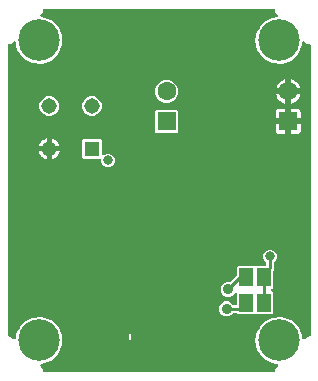
<source format=gbr>
G04 EAGLE Gerber RS-274X export*
G75*
%MOMM*%
%FSLAX34Y34*%
%LPD*%
%INBottom Copper*%
%IPPOS*%
%AMOC8*
5,1,8,0,0,1.08239X$1,22.5*%
G01*
%ADD10R,1.168400X1.600200*%
%ADD11C,3.516000*%
%ADD12R,1.308000X1.308000*%
%ADD13C,1.308000*%
%ADD14R,1.605000X1.605000*%
%ADD15C,1.605000*%
%ADD16C,0.254000*%
%ADD17C,0.800100*%
%ADD18C,0.906400*%

G36*
X224146Y-1254D02*
X224146Y-1254D01*
X224265Y-1247D01*
X224303Y-1234D01*
X224344Y-1229D01*
X224454Y-1186D01*
X224567Y-1149D01*
X224602Y-1127D01*
X224639Y-1112D01*
X224735Y-1043D01*
X224836Y-979D01*
X224864Y-949D01*
X224897Y-926D01*
X224973Y-834D01*
X225054Y-747D01*
X225074Y-712D01*
X225099Y-681D01*
X225150Y-573D01*
X225208Y-469D01*
X225218Y-429D01*
X225235Y-393D01*
X225257Y-276D01*
X225287Y-161D01*
X225291Y-101D01*
X225295Y-81D01*
X225293Y-60D01*
X225297Y0D01*
X225297Y1368D01*
X227558Y3629D01*
X227603Y3687D01*
X227655Y3738D01*
X227700Y3812D01*
X227753Y3880D01*
X227782Y3947D01*
X227820Y4010D01*
X227845Y4093D01*
X227880Y4172D01*
X227891Y4244D01*
X227912Y4314D01*
X227916Y4401D01*
X227930Y4486D01*
X227923Y4559D01*
X227926Y4632D01*
X227908Y4717D01*
X227900Y4803D01*
X227875Y4872D01*
X227860Y4943D01*
X227821Y5021D01*
X227792Y5102D01*
X227751Y5163D01*
X227719Y5228D01*
X227662Y5294D01*
X227614Y5365D01*
X227559Y5414D01*
X227511Y5469D01*
X227440Y5518D01*
X227375Y5576D01*
X227310Y5609D01*
X227250Y5651D01*
X227169Y5681D01*
X227092Y5721D01*
X227021Y5737D01*
X226952Y5762D01*
X226794Y5789D01*
X222379Y6253D01*
X217730Y8937D01*
X217727Y8938D01*
X217725Y8940D01*
X217602Y9000D01*
X217501Y9068D01*
X217492Y9074D01*
X217488Y9076D01*
X217480Y9081D01*
X215129Y10439D01*
X212384Y14216D01*
X212371Y14230D01*
X212361Y14247D01*
X212255Y14368D01*
X212182Y14441D01*
X212162Y14475D01*
X212137Y14540D01*
X212050Y14676D01*
X210208Y17211D01*
X209358Y21213D01*
X209346Y21247D01*
X209341Y21282D01*
X209289Y21435D01*
X209241Y21549D01*
X209241Y21627D01*
X209235Y21679D01*
X209237Y21731D01*
X209214Y21891D01*
X208468Y25400D01*
X209214Y28909D01*
X209218Y28962D01*
X209231Y29012D01*
X209237Y29102D01*
X209239Y29112D01*
X209238Y29123D01*
X209241Y29173D01*
X209241Y29251D01*
X209289Y29365D01*
X209298Y29400D01*
X209314Y29432D01*
X209358Y29587D01*
X210208Y33589D01*
X212050Y36124D01*
X212084Y36185D01*
X212125Y36240D01*
X212186Y36363D01*
X212255Y36432D01*
X212267Y36448D01*
X212282Y36460D01*
X212384Y36584D01*
X215129Y40361D01*
X217480Y41719D01*
X217549Y41771D01*
X217579Y41789D01*
X217581Y41789D01*
X217583Y41791D01*
X217585Y41791D01*
X217730Y41863D01*
X222379Y44547D01*
X230704Y45422D01*
X238666Y42835D01*
X244887Y37234D01*
X248292Y29586D01*
X248292Y27427D01*
X248310Y27290D01*
X248323Y27151D01*
X248330Y27132D01*
X248332Y27112D01*
X248383Y26983D01*
X248430Y26852D01*
X248442Y26835D01*
X248449Y26816D01*
X248531Y26704D01*
X248609Y26589D01*
X248624Y26575D01*
X248636Y26559D01*
X248743Y26470D01*
X248848Y26378D01*
X248866Y26369D01*
X248881Y26356D01*
X249007Y26297D01*
X249131Y26234D01*
X249151Y26229D01*
X249169Y26221D01*
X249305Y26194D01*
X249441Y26164D01*
X249461Y26165D01*
X249481Y26161D01*
X249620Y26169D01*
X249759Y26174D01*
X249778Y26179D01*
X249799Y26181D01*
X249931Y26223D01*
X250064Y26262D01*
X250082Y26272D01*
X250101Y26279D01*
X250219Y26353D01*
X250338Y26424D01*
X250359Y26442D01*
X250370Y26449D01*
X250384Y26464D01*
X250459Y26530D01*
X252632Y28703D01*
X254000Y28703D01*
X254118Y28718D01*
X254237Y28725D01*
X254275Y28738D01*
X254316Y28743D01*
X254426Y28786D01*
X254539Y28823D01*
X254574Y28845D01*
X254611Y28860D01*
X254707Y28929D01*
X254808Y28993D01*
X254836Y29023D01*
X254869Y29046D01*
X254945Y29138D01*
X255026Y29225D01*
X255046Y29260D01*
X255071Y29291D01*
X255122Y29399D01*
X255180Y29503D01*
X255190Y29543D01*
X255207Y29579D01*
X255229Y29696D01*
X255259Y29811D01*
X255263Y29871D01*
X255267Y29891D01*
X255265Y29912D01*
X255269Y29972D01*
X255269Y274828D01*
X255254Y274946D01*
X255247Y275065D01*
X255234Y275103D01*
X255229Y275144D01*
X255186Y275254D01*
X255149Y275367D01*
X255127Y275402D01*
X255112Y275439D01*
X255043Y275535D01*
X254979Y275636D01*
X254949Y275664D01*
X254926Y275697D01*
X254834Y275773D01*
X254747Y275854D01*
X254712Y275874D01*
X254681Y275899D01*
X254573Y275950D01*
X254469Y276008D01*
X254429Y276018D01*
X254393Y276035D01*
X254276Y276057D01*
X254161Y276087D01*
X254101Y276091D01*
X254081Y276095D01*
X254060Y276093D01*
X254000Y276097D01*
X252632Y276097D01*
X250459Y278270D01*
X250349Y278355D01*
X250242Y278444D01*
X250224Y278453D01*
X250208Y278465D01*
X250080Y278520D01*
X249955Y278579D01*
X249935Y278583D01*
X249916Y278591D01*
X249778Y278613D01*
X249642Y278639D01*
X249622Y278638D01*
X249602Y278641D01*
X249463Y278628D01*
X249325Y278619D01*
X249306Y278613D01*
X249285Y278611D01*
X249154Y278564D01*
X249022Y278521D01*
X249005Y278511D01*
X248986Y278504D01*
X248871Y278426D01*
X248754Y278351D01*
X248740Y278337D01*
X248723Y278325D01*
X248631Y278221D01*
X248536Y278120D01*
X248526Y278102D01*
X248512Y278087D01*
X248449Y277963D01*
X248382Y277841D01*
X248377Y277822D01*
X248368Y277804D01*
X248337Y277668D01*
X248303Y277533D01*
X248301Y277505D01*
X248298Y277493D01*
X248299Y277473D01*
X248292Y277373D01*
X248292Y275214D01*
X244887Y267566D01*
X238666Y261965D01*
X230704Y259378D01*
X222379Y260253D01*
X217730Y262937D01*
X217727Y262938D01*
X217725Y262940D01*
X217602Y263000D01*
X217501Y263068D01*
X217492Y263074D01*
X217488Y263076D01*
X217480Y263081D01*
X215129Y264439D01*
X212384Y268216D01*
X212371Y268230D01*
X212361Y268247D01*
X212255Y268368D01*
X212182Y268441D01*
X212162Y268475D01*
X212137Y268540D01*
X212050Y268676D01*
X210208Y271211D01*
X209358Y275213D01*
X209346Y275247D01*
X209341Y275282D01*
X209289Y275435D01*
X209241Y275549D01*
X209241Y275627D01*
X209235Y275679D01*
X209237Y275731D01*
X209214Y275891D01*
X208468Y279400D01*
X209214Y282909D01*
X209218Y282962D01*
X209231Y283012D01*
X209241Y283173D01*
X209241Y283251D01*
X209289Y283365D01*
X209298Y283400D01*
X209314Y283432D01*
X209358Y283587D01*
X210208Y287589D01*
X212050Y290124D01*
X212084Y290185D01*
X212125Y290240D01*
X212186Y290363D01*
X212255Y290432D01*
X212267Y290448D01*
X212282Y290460D01*
X212384Y290584D01*
X215129Y294361D01*
X217480Y295719D01*
X217549Y295771D01*
X217579Y295789D01*
X217581Y295789D01*
X217583Y295791D01*
X217585Y295791D01*
X217730Y295863D01*
X222379Y298547D01*
X226794Y299011D01*
X226865Y299028D01*
X226937Y299035D01*
X227019Y299064D01*
X227103Y299084D01*
X227168Y299117D01*
X227237Y299142D01*
X227308Y299191D01*
X227385Y299231D01*
X227439Y299280D01*
X227500Y299321D01*
X227557Y299386D01*
X227621Y299444D01*
X227662Y299504D01*
X227710Y299559D01*
X227750Y299636D01*
X227798Y299708D01*
X227822Y299777D01*
X227855Y299842D01*
X227874Y299927D01*
X227902Y300009D01*
X227908Y300081D01*
X227924Y300153D01*
X227922Y300239D01*
X227929Y300326D01*
X227917Y300397D01*
X227915Y300471D01*
X227891Y300554D01*
X227876Y300639D01*
X227847Y300706D01*
X227826Y300776D01*
X227782Y300851D01*
X227747Y300930D01*
X227702Y300987D01*
X227665Y301050D01*
X227558Y301171D01*
X225297Y303432D01*
X225297Y304800D01*
X225282Y304918D01*
X225275Y305037D01*
X225262Y305075D01*
X225257Y305116D01*
X225214Y305226D01*
X225177Y305339D01*
X225155Y305374D01*
X225140Y305411D01*
X225071Y305507D01*
X225007Y305608D01*
X224977Y305636D01*
X224954Y305669D01*
X224862Y305745D01*
X224775Y305826D01*
X224740Y305846D01*
X224709Y305871D01*
X224601Y305922D01*
X224497Y305980D01*
X224457Y305990D01*
X224421Y306007D01*
X224304Y306029D01*
X224189Y306059D01*
X224129Y306063D01*
X224109Y306067D01*
X224088Y306065D01*
X224028Y306069D01*
X29972Y306069D01*
X29854Y306054D01*
X29735Y306047D01*
X29697Y306034D01*
X29656Y306029D01*
X29546Y305986D01*
X29433Y305949D01*
X29398Y305927D01*
X29361Y305912D01*
X29265Y305843D01*
X29164Y305779D01*
X29136Y305749D01*
X29103Y305726D01*
X29027Y305634D01*
X28946Y305547D01*
X28926Y305512D01*
X28901Y305481D01*
X28850Y305373D01*
X28792Y305269D01*
X28782Y305229D01*
X28765Y305193D01*
X28743Y305076D01*
X28713Y304961D01*
X28709Y304901D01*
X28705Y304881D01*
X28707Y304860D01*
X28703Y304800D01*
X28703Y303432D01*
X26847Y301576D01*
X26786Y301498D01*
X26718Y301425D01*
X26689Y301372D01*
X26652Y301325D01*
X26612Y301234D01*
X26565Y301147D01*
X26550Y301088D01*
X26526Y301033D01*
X26510Y300935D01*
X26485Y300839D01*
X26485Y300778D01*
X26476Y300719D01*
X26485Y300620D01*
X26485Y300521D01*
X26500Y300462D01*
X26506Y300402D01*
X26539Y300309D01*
X26564Y300213D01*
X26593Y300160D01*
X26613Y300103D01*
X26669Y300021D01*
X26717Y299934D01*
X26758Y299890D01*
X26792Y299840D01*
X26866Y299774D01*
X26934Y299702D01*
X26985Y299669D01*
X27030Y299629D01*
X27119Y299584D01*
X27203Y299531D01*
X27295Y299494D01*
X27313Y299485D01*
X27326Y299482D01*
X27352Y299472D01*
X35466Y296835D01*
X41687Y291234D01*
X45092Y283586D01*
X45092Y275214D01*
X41687Y267566D01*
X35466Y261965D01*
X27504Y259378D01*
X19179Y260253D01*
X14530Y262937D01*
X14527Y262938D01*
X14525Y262940D01*
X14402Y263000D01*
X14301Y263068D01*
X14292Y263074D01*
X14288Y263076D01*
X14280Y263081D01*
X11929Y264439D01*
X9184Y268216D01*
X9171Y268230D01*
X9161Y268247D01*
X9055Y268368D01*
X8982Y268441D01*
X8962Y268475D01*
X8937Y268540D01*
X8850Y268676D01*
X7008Y271211D01*
X6158Y275213D01*
X6146Y275247D01*
X6141Y275282D01*
X6089Y275435D01*
X6041Y275549D01*
X6041Y275627D01*
X6035Y275679D01*
X6037Y275731D01*
X6014Y275891D01*
X5649Y277606D01*
X5647Y277612D01*
X5646Y277618D01*
X5594Y277764D01*
X5544Y277906D01*
X5541Y277911D01*
X5539Y277917D01*
X5453Y278044D01*
X5369Y278171D01*
X5364Y278175D01*
X5360Y278181D01*
X5246Y278281D01*
X5132Y278384D01*
X5127Y278387D01*
X5122Y278391D01*
X4987Y278460D01*
X4850Y278531D01*
X4844Y278533D01*
X4838Y278536D01*
X4690Y278569D01*
X4541Y278604D01*
X4534Y278604D01*
X4528Y278605D01*
X4375Y278601D01*
X4223Y278598D01*
X4217Y278596D01*
X4210Y278596D01*
X4063Y278553D01*
X3917Y278512D01*
X3911Y278509D01*
X3905Y278507D01*
X3774Y278430D01*
X3641Y278353D01*
X3636Y278349D01*
X3631Y278346D01*
X3510Y278239D01*
X1368Y276097D01*
X0Y276097D01*
X-118Y276082D01*
X-237Y276075D01*
X-275Y276062D01*
X-316Y276057D01*
X-426Y276014D01*
X-539Y275977D01*
X-574Y275955D01*
X-611Y275940D01*
X-707Y275871D01*
X-808Y275807D01*
X-836Y275777D01*
X-869Y275754D01*
X-945Y275662D01*
X-1026Y275575D01*
X-1046Y275540D01*
X-1071Y275509D01*
X-1122Y275401D01*
X-1180Y275297D01*
X-1190Y275257D01*
X-1207Y275221D01*
X-1229Y275104D01*
X-1259Y274989D01*
X-1263Y274929D01*
X-1267Y274909D01*
X-1265Y274888D01*
X-1269Y274828D01*
X-1269Y29972D01*
X-1254Y29854D01*
X-1247Y29735D01*
X-1234Y29697D01*
X-1229Y29656D01*
X-1186Y29546D01*
X-1149Y29433D01*
X-1127Y29398D01*
X-1112Y29361D01*
X-1043Y29265D01*
X-979Y29164D01*
X-949Y29136D01*
X-926Y29103D01*
X-834Y29027D01*
X-747Y28946D01*
X-712Y28926D01*
X-681Y28901D01*
X-573Y28850D01*
X-469Y28792D01*
X-429Y28782D01*
X-393Y28765D01*
X-276Y28743D01*
X-161Y28713D01*
X-101Y28709D01*
X-81Y28705D01*
X-60Y28707D01*
X0Y28703D01*
X1368Y28703D01*
X3510Y26561D01*
X3515Y26557D01*
X3519Y26552D01*
X3640Y26460D01*
X3761Y26366D01*
X3767Y26363D01*
X3772Y26359D01*
X3912Y26300D01*
X4053Y26239D01*
X4060Y26238D01*
X4065Y26236D01*
X4215Y26214D01*
X4367Y26190D01*
X4374Y26190D01*
X4380Y26189D01*
X4530Y26205D01*
X4684Y26219D01*
X4690Y26222D01*
X4696Y26222D01*
X4839Y26275D01*
X4983Y26327D01*
X4988Y26331D01*
X4994Y26333D01*
X5120Y26420D01*
X5246Y26506D01*
X5251Y26510D01*
X5256Y26514D01*
X5356Y26630D01*
X5457Y26744D01*
X5460Y26750D01*
X5464Y26755D01*
X5532Y26891D01*
X5601Y27027D01*
X5603Y27034D01*
X5606Y27039D01*
X5649Y27194D01*
X6014Y28909D01*
X6018Y28962D01*
X6031Y29012D01*
X6037Y29102D01*
X6039Y29112D01*
X6038Y29123D01*
X6041Y29173D01*
X6041Y29251D01*
X6089Y29365D01*
X6098Y29400D01*
X6114Y29432D01*
X6158Y29587D01*
X7008Y33589D01*
X8850Y36124D01*
X8884Y36185D01*
X8925Y36240D01*
X8986Y36363D01*
X9055Y36432D01*
X9067Y36448D01*
X9082Y36460D01*
X9184Y36584D01*
X11929Y40361D01*
X14280Y41719D01*
X14349Y41771D01*
X14379Y41789D01*
X14381Y41789D01*
X14383Y41791D01*
X14385Y41791D01*
X14530Y41863D01*
X19179Y44547D01*
X27504Y45422D01*
X35466Y42835D01*
X41687Y37234D01*
X45092Y29586D01*
X45092Y21214D01*
X41687Y13566D01*
X35466Y7965D01*
X27352Y5328D01*
X27262Y5286D01*
X27169Y5253D01*
X27119Y5219D01*
X27064Y5193D01*
X26988Y5130D01*
X26906Y5074D01*
X26866Y5029D01*
X26819Y4990D01*
X26761Y4910D01*
X26695Y4836D01*
X26668Y4782D01*
X26632Y4733D01*
X26596Y4641D01*
X26551Y4552D01*
X26537Y4494D01*
X26515Y4438D01*
X26503Y4339D01*
X26481Y4242D01*
X26483Y4182D01*
X26475Y4122D01*
X26488Y4024D01*
X26491Y3924D01*
X26507Y3866D01*
X26515Y3806D01*
X26551Y3714D01*
X26579Y3619D01*
X26610Y3567D01*
X26632Y3511D01*
X26690Y3430D01*
X26741Y3345D01*
X26807Y3270D01*
X26818Y3253D01*
X26828Y3245D01*
X26847Y3224D01*
X28703Y1368D01*
X28703Y0D01*
X28718Y-118D01*
X28725Y-237D01*
X28738Y-275D01*
X28743Y-316D01*
X28786Y-426D01*
X28823Y-539D01*
X28845Y-574D01*
X28860Y-611D01*
X28929Y-707D01*
X28993Y-808D01*
X29023Y-836D01*
X29046Y-869D01*
X29138Y-945D01*
X29225Y-1026D01*
X29260Y-1046D01*
X29291Y-1071D01*
X29399Y-1122D01*
X29503Y-1180D01*
X29543Y-1190D01*
X29579Y-1207D01*
X29696Y-1229D01*
X29811Y-1259D01*
X29871Y-1263D01*
X29891Y-1267D01*
X29912Y-1265D01*
X29972Y-1269D01*
X224028Y-1269D01*
X224146Y-1254D01*
G37*
%LPC*%
G36*
X182895Y45759D02*
X182895Y45759D01*
X180575Y46720D01*
X178800Y48495D01*
X177839Y50815D01*
X177839Y53325D01*
X178800Y55645D01*
X180575Y57420D01*
X182895Y58381D01*
X185405Y58381D01*
X187725Y57420D01*
X189400Y55744D01*
X189479Y55684D01*
X189551Y55616D01*
X189604Y55587D01*
X189652Y55550D01*
X189742Y55510D01*
X189829Y55462D01*
X189888Y55447D01*
X189943Y55423D01*
X190041Y55408D01*
X190137Y55383D01*
X190237Y55377D01*
X190257Y55373D01*
X190270Y55375D01*
X190298Y55373D01*
X191770Y55373D01*
X191888Y55388D01*
X192007Y55395D01*
X192045Y55408D01*
X192086Y55413D01*
X192196Y55456D01*
X192309Y55493D01*
X192344Y55515D01*
X192381Y55530D01*
X192477Y55599D01*
X192578Y55663D01*
X192606Y55693D01*
X192639Y55716D01*
X192715Y55808D01*
X192796Y55895D01*
X192816Y55930D01*
X192841Y55961D01*
X192892Y56069D01*
X192950Y56173D01*
X192960Y56213D01*
X192977Y56249D01*
X192999Y56366D01*
X193029Y56481D01*
X193033Y56541D01*
X193037Y56561D01*
X193035Y56582D01*
X193039Y56642D01*
X193039Y64210D01*
X193022Y64348D01*
X193009Y64487D01*
X193002Y64506D01*
X192999Y64526D01*
X192948Y64655D01*
X192901Y64786D01*
X192890Y64803D01*
X192882Y64822D01*
X192801Y64934D01*
X192723Y65049D01*
X192707Y65062D01*
X192696Y65079D01*
X192588Y65168D01*
X192484Y65260D01*
X192466Y65269D01*
X192451Y65282D01*
X192325Y65341D01*
X192201Y65404D01*
X192181Y65409D01*
X192163Y65417D01*
X192027Y65443D01*
X191891Y65474D01*
X191870Y65473D01*
X191851Y65477D01*
X191712Y65468D01*
X191573Y65464D01*
X191553Y65458D01*
X191533Y65457D01*
X191401Y65414D01*
X191267Y65376D01*
X191250Y65365D01*
X191231Y65359D01*
X191113Y65285D01*
X190993Y65214D01*
X190972Y65196D01*
X190962Y65189D01*
X190948Y65174D01*
X190873Y65108D01*
X188995Y63230D01*
X186675Y62269D01*
X184165Y62269D01*
X181845Y63230D01*
X180070Y65005D01*
X179109Y67325D01*
X179109Y69835D01*
X180070Y72155D01*
X181845Y73930D01*
X184165Y74891D01*
X186534Y74891D01*
X186632Y74903D01*
X186731Y74906D01*
X186790Y74923D01*
X186850Y74931D01*
X186942Y74967D01*
X187037Y74995D01*
X187089Y75025D01*
X187145Y75048D01*
X187225Y75106D01*
X187311Y75156D01*
X187386Y75222D01*
X187403Y75234D01*
X187411Y75244D01*
X187432Y75262D01*
X192668Y80498D01*
X192728Y80577D01*
X192796Y80649D01*
X192825Y80702D01*
X192862Y80750D01*
X192902Y80841D01*
X192950Y80927D01*
X192965Y80986D01*
X192989Y81041D01*
X193004Y81139D01*
X193029Y81235D01*
X193035Y81335D01*
X193039Y81356D01*
X193037Y81368D01*
X193039Y81396D01*
X193039Y87478D01*
X194081Y88520D01*
X207239Y88520D01*
X207383Y88376D01*
X207477Y88303D01*
X207566Y88224D01*
X207602Y88206D01*
X207634Y88181D01*
X207743Y88134D01*
X207849Y88080D01*
X207889Y88071D01*
X207926Y88055D01*
X208043Y88036D01*
X208159Y88010D01*
X208200Y88011D01*
X208240Y88005D01*
X208359Y88016D01*
X208477Y88020D01*
X208516Y88031D01*
X208556Y88035D01*
X208669Y88075D01*
X208783Y88108D01*
X208818Y88129D01*
X208856Y88142D01*
X208954Y88209D01*
X209057Y88270D01*
X209102Y88309D01*
X209119Y88321D01*
X209132Y88336D01*
X209178Y88376D01*
X209321Y88520D01*
X216408Y88520D01*
X216526Y88535D01*
X216645Y88542D01*
X216683Y88555D01*
X216724Y88560D01*
X216834Y88603D01*
X216947Y88640D01*
X216982Y88662D01*
X217019Y88677D01*
X217115Y88746D01*
X217216Y88810D01*
X217244Y88840D01*
X217277Y88863D01*
X217353Y88955D01*
X217434Y89042D01*
X217454Y89077D01*
X217479Y89108D01*
X217530Y89216D01*
X217588Y89320D01*
X217598Y89360D01*
X217615Y89396D01*
X217637Y89513D01*
X217667Y89628D01*
X217671Y89688D01*
X217675Y89708D01*
X217673Y89729D01*
X217677Y89789D01*
X217677Y91124D01*
X217665Y91222D01*
X217662Y91321D01*
X217645Y91379D01*
X217637Y91439D01*
X217601Y91532D01*
X217573Y91627D01*
X217543Y91679D01*
X217520Y91735D01*
X217462Y91815D01*
X217412Y91901D01*
X217346Y91976D01*
X217334Y91992D01*
X217324Y92000D01*
X217306Y92021D01*
X216081Y93246D01*
X215201Y95370D01*
X215201Y97670D01*
X216081Y99794D01*
X217706Y101419D01*
X219830Y102299D01*
X222130Y102299D01*
X224254Y101419D01*
X225879Y99794D01*
X226759Y97670D01*
X226759Y95370D01*
X225879Y93246D01*
X224654Y92021D01*
X224594Y91943D01*
X224526Y91871D01*
X224497Y91818D01*
X224460Y91770D01*
X224420Y91679D01*
X224372Y91593D01*
X224357Y91534D01*
X224333Y91478D01*
X224318Y91380D01*
X224293Y91285D01*
X224287Y91185D01*
X224283Y91164D01*
X224285Y91152D01*
X224283Y91124D01*
X224283Y84992D01*
X223892Y84602D01*
X223832Y84523D01*
X223764Y84451D01*
X223735Y84398D01*
X223698Y84350D01*
X223658Y84259D01*
X223610Y84173D01*
X223595Y84114D01*
X223571Y84059D01*
X223556Y83961D01*
X223531Y83865D01*
X223525Y83765D01*
X223521Y83744D01*
X223523Y83732D01*
X223521Y83704D01*
X223521Y70002D01*
X222361Y68842D01*
X222288Y68748D01*
X222209Y68659D01*
X222191Y68623D01*
X222166Y68591D01*
X222119Y68482D01*
X222065Y68376D01*
X222056Y68337D01*
X222040Y68299D01*
X222021Y68182D01*
X221995Y68066D01*
X221996Y68025D01*
X221990Y67985D01*
X222001Y67867D01*
X222005Y67748D01*
X222016Y67709D01*
X222020Y67669D01*
X222060Y67557D01*
X222093Y67442D01*
X222114Y67407D01*
X222127Y67369D01*
X222194Y67271D01*
X222255Y67168D01*
X222294Y67123D01*
X222306Y67106D01*
X222321Y67093D01*
X222361Y67047D01*
X223521Y65888D01*
X223521Y48412D01*
X222479Y47370D01*
X209321Y47370D01*
X209178Y47514D01*
X209083Y47587D01*
X208994Y47666D01*
X208958Y47684D01*
X208926Y47709D01*
X208817Y47756D01*
X208711Y47810D01*
X208672Y47819D01*
X208634Y47835D01*
X208517Y47854D01*
X208401Y47880D01*
X208360Y47879D01*
X208320Y47885D01*
X208202Y47874D01*
X208083Y47870D01*
X208044Y47859D01*
X208004Y47855D01*
X207892Y47815D01*
X207777Y47782D01*
X207742Y47761D01*
X207704Y47748D01*
X207606Y47681D01*
X207503Y47620D01*
X207458Y47581D01*
X207441Y47569D01*
X207428Y47554D01*
X207383Y47514D01*
X207239Y47370D01*
X194081Y47370D01*
X193056Y48396D01*
X192978Y48456D01*
X192906Y48524D01*
X192853Y48553D01*
X192805Y48590D01*
X192714Y48630D01*
X192627Y48678D01*
X192569Y48693D01*
X192513Y48717D01*
X192415Y48732D01*
X192319Y48757D01*
X192219Y48763D01*
X192199Y48767D01*
X192186Y48765D01*
X192158Y48767D01*
X190298Y48767D01*
X190200Y48755D01*
X190100Y48752D01*
X190042Y48735D01*
X189982Y48727D01*
X189890Y48691D01*
X189795Y48663D01*
X189743Y48633D01*
X189687Y48610D01*
X189606Y48552D01*
X189521Y48502D01*
X189446Y48436D01*
X189429Y48424D01*
X189421Y48414D01*
X189400Y48396D01*
X187725Y46720D01*
X185405Y45759D01*
X182895Y45759D01*
G37*
%LPD*%
%LPC*%
G36*
X82670Y172021D02*
X82670Y172021D01*
X80546Y172901D01*
X78921Y174526D01*
X78041Y176650D01*
X78041Y178152D01*
X78026Y178270D01*
X78018Y178389D01*
X78006Y178427D01*
X78001Y178468D01*
X77957Y178578D01*
X77920Y178691D01*
X77899Y178726D01*
X77884Y178763D01*
X77814Y178859D01*
X77750Y178960D01*
X77721Y178988D01*
X77697Y179021D01*
X77605Y179097D01*
X77519Y179178D01*
X77483Y179198D01*
X77452Y179223D01*
X77344Y179274D01*
X77240Y179332D01*
X77201Y179342D01*
X77164Y179359D01*
X77048Y179381D01*
X76932Y179411D01*
X76872Y179415D01*
X76852Y179419D01*
X76832Y179417D01*
X76772Y179421D01*
X62793Y179421D01*
X61751Y180463D01*
X61751Y195017D01*
X62793Y196059D01*
X77347Y196059D01*
X78389Y195017D01*
X78389Y183606D01*
X78406Y183468D01*
X78419Y183330D01*
X78426Y183311D01*
X78429Y183290D01*
X78480Y183161D01*
X78527Y183030D01*
X78538Y183014D01*
X78546Y182995D01*
X78627Y182882D01*
X78705Y182767D01*
X78721Y182754D01*
X78732Y182737D01*
X78840Y182649D01*
X78944Y182557D01*
X78962Y182548D01*
X78977Y182535D01*
X79103Y182475D01*
X79227Y182412D01*
X79247Y182408D01*
X79265Y182399D01*
X79402Y182373D01*
X79537Y182343D01*
X79558Y182343D01*
X79577Y182339D01*
X79716Y182348D01*
X79855Y182352D01*
X79875Y182358D01*
X79895Y182359D01*
X80027Y182402D01*
X80161Y182441D01*
X80178Y182451D01*
X80197Y182457D01*
X80315Y182531D01*
X80435Y182602D01*
X80456Y182621D01*
X80466Y182627D01*
X80480Y182642D01*
X80544Y182698D01*
X82670Y183579D01*
X84970Y183579D01*
X87094Y182699D01*
X88719Y181074D01*
X89599Y178950D01*
X89599Y176650D01*
X88719Y174526D01*
X87094Y172901D01*
X84970Y172021D01*
X82670Y172021D01*
G37*
%LPD*%
%LPC*%
G36*
X124588Y201016D02*
X124588Y201016D01*
X123546Y202058D01*
X123546Y219582D01*
X124588Y220624D01*
X142112Y220624D01*
X143154Y219582D01*
X143154Y202058D01*
X142112Y201016D01*
X124588Y201016D01*
G37*
%LPD*%
%LPC*%
G36*
X131400Y226416D02*
X131400Y226416D01*
X127797Y227909D01*
X125039Y230667D01*
X123546Y234270D01*
X123546Y238170D01*
X125039Y241773D01*
X127797Y244531D01*
X131400Y246024D01*
X135300Y246024D01*
X138903Y244531D01*
X141661Y241773D01*
X143154Y238170D01*
X143154Y234270D01*
X141661Y230667D01*
X138903Y227909D01*
X135300Y226416D01*
X131400Y226416D01*
G37*
%LPD*%
%LPC*%
G36*
X68415Y215421D02*
X68415Y215421D01*
X65358Y216688D01*
X63018Y219028D01*
X61751Y222085D01*
X61751Y225395D01*
X63018Y228452D01*
X65358Y230792D01*
X68415Y232059D01*
X71725Y232059D01*
X74782Y230792D01*
X77122Y228452D01*
X78389Y225395D01*
X78389Y222085D01*
X77122Y219028D01*
X74782Y216688D01*
X71725Y215421D01*
X68415Y215421D01*
G37*
%LPD*%
%LPC*%
G36*
X32415Y215421D02*
X32415Y215421D01*
X29358Y216688D01*
X27018Y219028D01*
X25751Y222085D01*
X25751Y225395D01*
X27018Y228452D01*
X29358Y230792D01*
X32415Y232059D01*
X35725Y232059D01*
X38782Y230792D01*
X41122Y228452D01*
X42389Y225395D01*
X42389Y222085D01*
X41122Y219028D01*
X38782Y216688D01*
X35725Y215421D01*
X32415Y215421D01*
G37*
%LPD*%
%LPC*%
G36*
X238759Y213359D02*
X238759Y213359D01*
X238759Y221386D01*
X244579Y221386D01*
X245226Y221213D01*
X245805Y220878D01*
X246278Y220405D01*
X246613Y219826D01*
X246786Y219179D01*
X246786Y213359D01*
X238759Y213359D01*
G37*
%LPD*%
%LPC*%
G36*
X225654Y213359D02*
X225654Y213359D01*
X225654Y219179D01*
X225827Y219826D01*
X226162Y220405D01*
X226635Y220878D01*
X227214Y221213D01*
X227861Y221386D01*
X233681Y221386D01*
X233681Y213359D01*
X225654Y213359D01*
G37*
%LPD*%
%LPC*%
G36*
X238759Y200254D02*
X238759Y200254D01*
X238759Y208281D01*
X246786Y208281D01*
X246786Y202461D01*
X246613Y201814D01*
X246278Y201235D01*
X245805Y200762D01*
X245226Y200427D01*
X244579Y200254D01*
X238759Y200254D01*
G37*
%LPD*%
%LPC*%
G36*
X227861Y200254D02*
X227861Y200254D01*
X227214Y200427D01*
X226635Y200762D01*
X226162Y201235D01*
X225827Y201814D01*
X225654Y202461D01*
X225654Y208281D01*
X233681Y208281D01*
X233681Y200254D01*
X227861Y200254D01*
G37*
%LPD*%
%LPC*%
G36*
X238759Y238759D02*
X238759Y238759D01*
X238759Y246504D01*
X240276Y246012D01*
X241758Y245257D01*
X243103Y244279D01*
X244279Y243103D01*
X245257Y241758D01*
X246012Y240276D01*
X246504Y238759D01*
X238759Y238759D01*
G37*
%LPD*%
%LPC*%
G36*
X225936Y238759D02*
X225936Y238759D01*
X226428Y240276D01*
X227183Y241758D01*
X228161Y243103D01*
X229337Y244279D01*
X230682Y245257D01*
X232164Y246012D01*
X233681Y246504D01*
X233681Y238759D01*
X225936Y238759D01*
G37*
%LPD*%
%LPC*%
G36*
X238759Y233681D02*
X238759Y233681D01*
X246504Y233681D01*
X246012Y232164D01*
X245257Y230682D01*
X244279Y229337D01*
X243103Y228161D01*
X241758Y227183D01*
X240276Y226428D01*
X238759Y225936D01*
X238759Y233681D01*
G37*
%LPD*%
%LPC*%
G36*
X232164Y226428D02*
X232164Y226428D01*
X230682Y227183D01*
X229337Y228161D01*
X228161Y229337D01*
X227183Y230682D01*
X226428Y232164D01*
X225936Y233681D01*
X233681Y233681D01*
X233681Y225936D01*
X232164Y226428D01*
G37*
%LPD*%
%LPC*%
G36*
X36069Y189739D02*
X36069Y189739D01*
X36069Y196617D01*
X36196Y196597D01*
X37556Y196155D01*
X38829Y195507D01*
X39986Y194666D01*
X40996Y193656D01*
X41837Y192499D01*
X42485Y191226D01*
X42927Y189866D01*
X42947Y189739D01*
X36069Y189739D01*
G37*
%LPD*%
%LPC*%
G36*
X25193Y189739D02*
X25193Y189739D01*
X25213Y189866D01*
X25655Y191226D01*
X26303Y192499D01*
X27144Y193656D01*
X28154Y194666D01*
X29311Y195507D01*
X30584Y196155D01*
X31944Y196597D01*
X32071Y196617D01*
X32071Y189739D01*
X25193Y189739D01*
G37*
%LPD*%
%LPC*%
G36*
X36069Y185741D02*
X36069Y185741D01*
X42947Y185741D01*
X42927Y185614D01*
X42485Y184254D01*
X41837Y182981D01*
X40996Y181824D01*
X39986Y180814D01*
X38829Y179973D01*
X37556Y179325D01*
X36196Y178883D01*
X36069Y178863D01*
X36069Y185741D01*
G37*
%LPD*%
%LPC*%
G36*
X31944Y178883D02*
X31944Y178883D01*
X30584Y179325D01*
X29311Y179973D01*
X28154Y180814D01*
X27144Y181824D01*
X26303Y182981D01*
X25655Y184254D01*
X25213Y185614D01*
X25193Y185741D01*
X32071Y185741D01*
X32071Y178863D01*
X31944Y178883D01*
G37*
%LPD*%
%LPC*%
G36*
X101600Y25399D02*
X101600Y25399D01*
X101599Y25400D01*
X101599Y30480D01*
X101600Y30481D01*
X102870Y30481D01*
X102871Y30480D01*
X102871Y25400D01*
X102870Y25399D01*
X101600Y25399D01*
G37*
%LPD*%
%LPC*%
G36*
X236219Y210819D02*
X236219Y210819D01*
X236219Y210821D01*
X236221Y210821D01*
X236221Y210819D01*
X236219Y210819D01*
G37*
%LPD*%
%LPC*%
G36*
X236219Y236219D02*
X236219Y236219D01*
X236219Y236221D01*
X236221Y236221D01*
X236221Y236219D01*
X236219Y236219D01*
G37*
%LPD*%
D10*
X215900Y57150D03*
X200660Y57150D03*
X215900Y78740D03*
X200660Y78740D03*
D11*
X25400Y279400D03*
X228600Y279400D03*
X25400Y25400D03*
X228600Y25400D03*
D12*
X70070Y187740D03*
D13*
X70070Y223740D03*
X34070Y223740D03*
X34070Y187740D03*
D14*
X133350Y210820D03*
D15*
X133350Y236220D03*
D14*
X236220Y210820D03*
D15*
X236220Y236220D03*
D16*
X215900Y78740D02*
X215900Y57150D01*
X215900Y78740D02*
X215900Y81280D01*
X220980Y86360D01*
X220980Y96520D01*
D17*
X220980Y96520D03*
X66040Y71120D03*
X33020Y55880D03*
D16*
X66040Y71120D02*
X66040Y88900D01*
X76200Y99060D01*
X96520Y99060D01*
D17*
X96520Y99060D03*
D16*
X144780Y55880D02*
X33020Y55880D01*
D17*
X144780Y55880D03*
D16*
X66040Y71120D02*
X50800Y55880D01*
X33020Y55880D01*
X96520Y99060D02*
X139700Y142240D01*
X236220Y142240D01*
D17*
X236220Y142240D03*
D18*
X185420Y68580D03*
D16*
X195580Y78740D01*
X200660Y78740D01*
D18*
X184150Y52070D03*
D16*
X195580Y52070D02*
X200660Y57150D01*
X195580Y52070D02*
X184150Y52070D01*
D17*
X83820Y177800D03*
M02*

</source>
